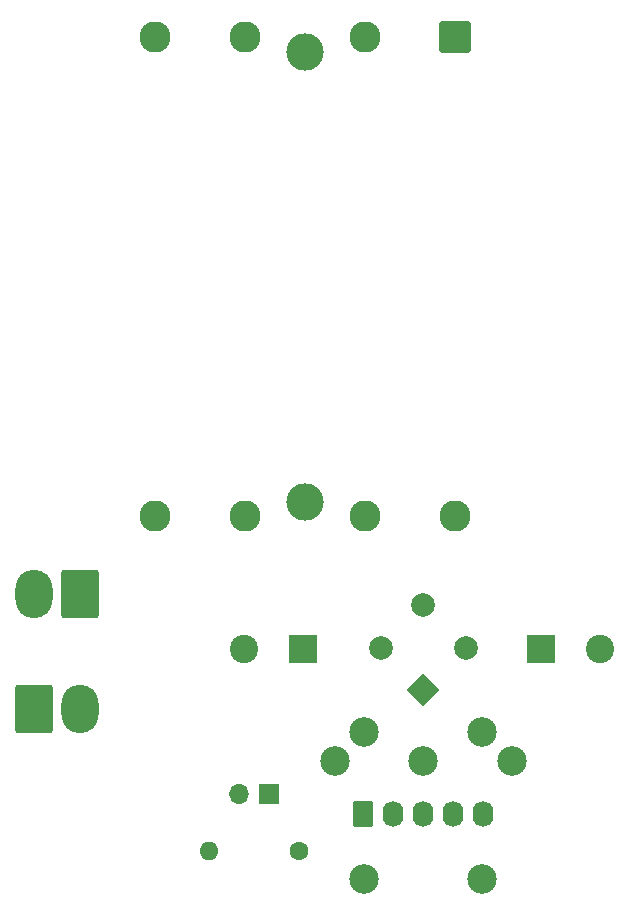
<source format=gbr>
%TF.GenerationSoftware,KiCad,Pcbnew,8.0.2*%
%TF.CreationDate,2024-08-04T20:07:13-04:00*%
%TF.ProjectId,M1PSX3,4d315053-5833-42e6-9b69-6361645f7063,rev?*%
%TF.SameCoordinates,Original*%
%TF.FileFunction,Soldermask,Top*%
%TF.FilePolarity,Negative*%
%FSLAX46Y46*%
G04 Gerber Fmt 4.6, Leading zero omitted, Abs format (unit mm)*
G04 Created by KiCad (PCBNEW 8.0.2) date 2024-08-04 20:07:13*
%MOMM*%
%LPD*%
G01*
G04 APERTURE LIST*
G04 Aperture macros list*
%AMRoundRect*
0 Rectangle with rounded corners*
0 $1 Rounding radius*
0 $2 $3 $4 $5 $6 $7 $8 $9 X,Y pos of 4 corners*
0 Add a 4 corners polygon primitive as box body*
4,1,4,$2,$3,$4,$5,$6,$7,$8,$9,$2,$3,0*
0 Add four circle primitives for the rounded corners*
1,1,$1+$1,$2,$3*
1,1,$1+$1,$4,$5*
1,1,$1+$1,$6,$7*
1,1,$1+$1,$8,$9*
0 Add four rect primitives between the rounded corners*
20,1,$1+$1,$2,$3,$4,$5,0*
20,1,$1+$1,$4,$5,$6,$7,0*
20,1,$1+$1,$6,$7,$8,$9,0*
20,1,$1+$1,$8,$9,$2,$3,0*%
%AMHorizOval*
0 Thick line with rounded ends*
0 $1 width*
0 $2 $3 position (X,Y) of the first rounded end (center of the circle)*
0 $4 $5 position (X,Y) of the second rounded end (center of the circle)*
0 Add line between two ends*
20,1,$1,$2,$3,$4,$5,0*
0 Add two circle primitives to create the rounded ends*
1,1,$1,$2,$3*
1,1,$1,$4,$5*%
%AMRotRect*
0 Rectangle, with rotation*
0 The origin of the aperture is its center*
0 $1 length*
0 $2 width*
0 $3 Rotation angle, in degrees counterclockwise*
0 Add horizontal line*
21,1,$1,$2,0,0,$3*%
G04 Aperture macros list end*
%ADD10R,1.700000X1.700000*%
%ADD11O,1.700000X1.700000*%
%ADD12C,2.499360*%
%ADD13R,2.400000X2.400000*%
%ADD14C,2.400000*%
%ADD15RoundRect,0.250000X-1.330000X-1.800000X1.330000X-1.800000X1.330000X1.800000X-1.330000X1.800000X0*%
%ADD16O,3.160000X4.100000*%
%ADD17RoundRect,0.250000X1.330000X1.800000X-1.330000X1.800000X-1.330000X-1.800000X1.330000X-1.800000X0*%
%ADD18RotRect,2.000000X2.000000X135.000000*%
%ADD19HorizOval,2.000000X0.000000X0.000000X0.000000X0.000000X0*%
%ADD20C,1.600000*%
%ADD21O,1.600000X1.600000*%
%ADD22C,3.175000*%
%ADD23RoundRect,0.102000X-1.215000X1.215000X-1.215000X-1.215000X1.215000X-1.215000X1.215000X1.215000X0*%
%ADD24C,2.634000*%
%ADD25RoundRect,0.250000X-0.620000X-0.845000X0.620000X-0.845000X0.620000X0.845000X-0.620000X0.845000X0*%
%ADD26O,1.740000X2.190000*%
G04 APERTURE END LIST*
D10*
%TO.C,LED1*%
X89916000Y-100330000D03*
D11*
X87376000Y-100330000D03*
%TD*%
D12*
%TO.C,J3*%
X97992480Y-107531090D03*
X107995000Y-107531090D03*
X110491820Y-97536190D03*
X102993740Y-97533650D03*
X95495660Y-97536190D03*
X107989920Y-95034290D03*
X97997560Y-95034290D03*
%TD*%
D13*
%TO.C,C1*%
X92823959Y-88000000D03*
D14*
X87823959Y-88000000D03*
%TD*%
D15*
%TO.C,J1*%
X70020000Y-93105000D03*
D16*
X73980000Y-93105000D03*
%TD*%
D17*
%TO.C,J4*%
X73980000Y-83345000D03*
D16*
X70020000Y-83345000D03*
%TD*%
D18*
%TO.C,D1*%
X103000000Y-91500000D03*
D19*
X106592102Y-87907898D03*
X103000000Y-84315795D03*
X99407898Y-87907898D03*
%TD*%
D20*
%TO.C,R1*%
X92456000Y-105156000D03*
D21*
X84836000Y-105156000D03*
%TD*%
D13*
%TO.C,C2*%
X113000000Y-88000000D03*
D14*
X118000000Y-88000000D03*
%TD*%
D22*
%TO.C,T1*%
X93000000Y-37450000D03*
X93000000Y-75550000D03*
D23*
X105700000Y-36200000D03*
D24*
X98100000Y-36200000D03*
X87900000Y-36200000D03*
X80300000Y-36200000D03*
X105700000Y-76800000D03*
X98100000Y-76800000D03*
X87900000Y-76800000D03*
X80300000Y-76800000D03*
%TD*%
D25*
%TO.C,J2*%
X97913755Y-101985000D03*
D26*
X100453755Y-101985000D03*
X102993755Y-101985000D03*
X105533755Y-101985000D03*
X108073755Y-101985000D03*
%TD*%
M02*

</source>
